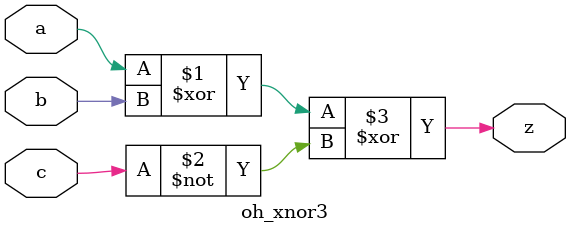
<source format=v>
module oh_xnor3(	// file.cleaned.mlir:2:3
  input  a,	// file.cleaned.mlir:2:26
         b,	// file.cleaned.mlir:2:38
         c,	// file.cleaned.mlir:2:50
  output z	// file.cleaned.mlir:2:63
);

  assign z = a ^ b ^ ~c;	// file.cleaned.mlir:4:10, :5:5
endmodule


</source>
